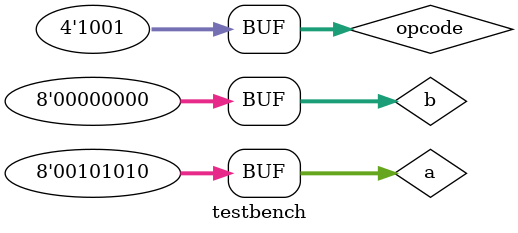
<source format=v>
`timescale 1us/1ns

module testbench();
	
	parameter N = 8;
	reg [N-1:0] a;
	reg [N-1:0] b;
	reg [3:0] opcode;
	wire [N-1:0] y;
	wire z, c, n, v;
	
	ALU 
		#(.PARAM_WIDTH(N))
	CPU_ALU (
		.a(a),
		.b(b),
		.opcode(opcode),
		.y(y),
		.z(z), .c(c), .n(n), .v(v)
	);
	
	initial begin
	
		$monitor($time, " A = %b, B = %b, OpCode = %b, y = %b, z = %b, c = %b, n = %b, v = %b", a, b, opcode, y, z, c, n, v);
		#1; opcode = 0; a = 6; b = 0;
		#1; opcode = 1; a = 122;
		#1; opcode = 2; a = -4; b = 7;
		#1; opcode = 3; a = 5; b = 8;
		#1; opcode = 4; a = 8; b = 0;
		#1; opcode = 5; a = 100; b = 50;
		#1; opcode = 6; a = 23; b = 31;
		#1; opcode = 7; a = 46; b = 0;
		#1; opcode = 8; a = -13; b = 0;
		#1; opcode = 9; a = 42; b = 0;
	
	end
endmodule
</source>
